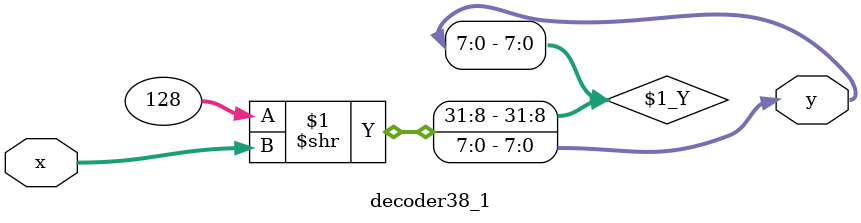
<source format=v>
module decoder38_1(x,y);
	input [2:0]x;
	output [7:0]y;
	assign y = 128>>x;
endmodule

/*
//Other way

module decoder38_2(x,y);
	input [2:0]x;
	output [7:0]y;
	reg [7:0]y;
	always @ (x) begin
	case (x)
		0: y=8'b10000000;
		1: y=8'b01000000;
		2: y=8'b00100000;
		3: y=8'b00010000;
		4: y=8'b00001000;
		5: y=8'b00000100;
		6: y=8'b10000010;
		7: y=8'b10000001;
	endcase
	end
endmodule

*/
</source>
